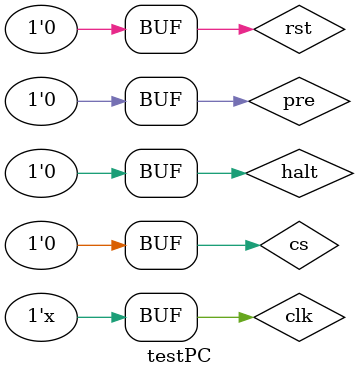
<source format=v>
`timescale 1ns / 1ps


module testPC();
    reg clk,halt,cs,pre,rst;
    wire [31:0]Q;
    wire [31:0]PC;
    wire [31:0]IR;
    reg [31:0]PChelp;
    assign PC=PChelp;
    always @(PC)
    begin
    PChelp<=PC;
    end    
    initial
    begin
    clk=0;
    halt=0;
    cs=0;
    pre=0;
    rst=0;
    PChelp=0;
    #5  PChelp<=4;
    end
    always
    begin
    #10 clk=~clk;
    end
    REGISTER_FLIP_FLOP_PC pc(clk,1'b1,PC,rst,1'b1,cs,pre,Q);
    ROM_ROM R(Q[11:2],IR);
endmodule

</source>
